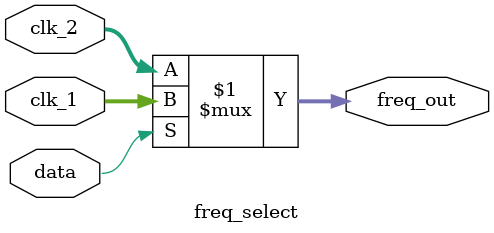
<source format=v>
/* Generated by Yosys 0.27+22 (git sha1 53c0a6b78, clang 11.0.1-2 -fPIC -Os) */

module freq_select(clk_1, clk_2, data, freq_out);
  wire [6:0] _0_;
  input [6:0] clk_1;
  wire [6:0] clk_1;
  input [6:0] clk_2;
  wire [6:0] clk_2;
  input data;
  wire data;
  output [6:0] freq_out;
  wire [6:0] freq_out;
  assign _0_ = data ? clk_1 : clk_2;
  assign freq_out = _0_;
endmodule

</source>
